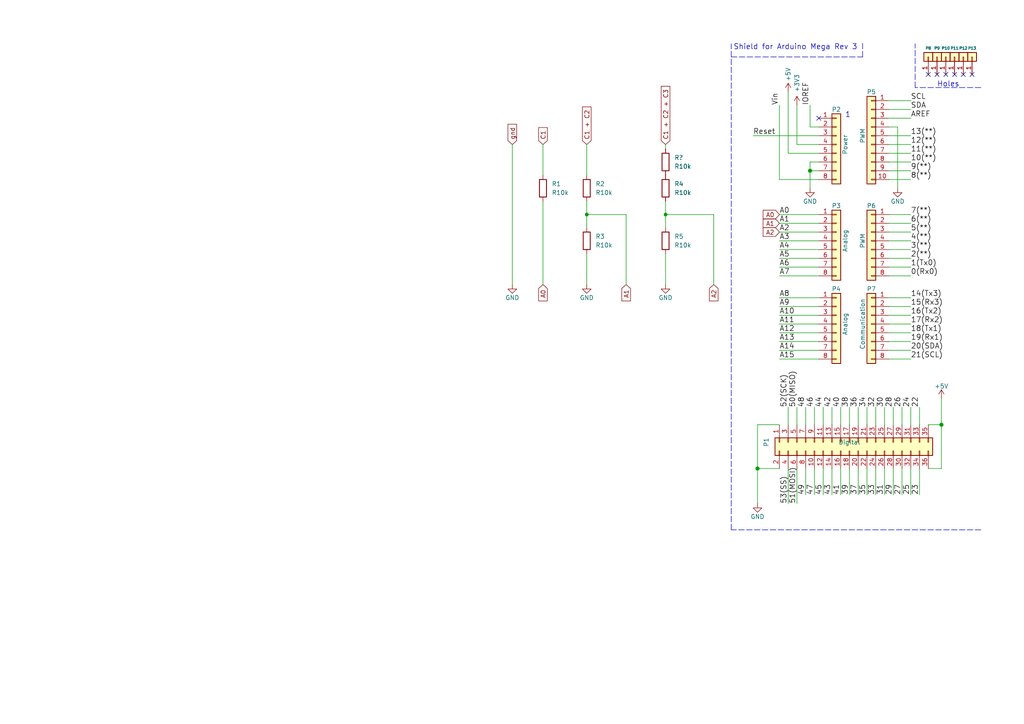
<source format=kicad_sch>
(kicad_sch (version 20211123) (generator eeschema)
  (paper "A4")
  (title_block (date "mar. 31 mars 2015"))
  (lib_symbols
    (symbol "Connector_Generic:Conn_01x01" (pin_names (offset 1.016) hide)
      (property "Reference" "J" (at 0 2.54 0))
      (property "Value" "Conn_01x01" (at 0 -2.54 0))
      (symbol "Conn_01x01_1_1"
        (rectangle (start -1.27 0.127) (end 0 -0.127) (stroke (width 0.1524)))
        (rectangle (start -1.27 1.27) (end 1.27 -1.27) (stroke (width 0.254)) (fill (type background)))
        (pin passive line (at -5.08 0 0) (length 3.81) (name "Pin_1") (number "1"))
      )
    )
    (symbol "Connector_Generic:Conn_01x08" (pin_names (offset 1.016) hide)
      (property "Reference" "J" (at 0 10.16 0))
      (property "Value" "Conn_01x08" (at 0 -12.7 0))
      (symbol "Conn_01x08_1_1"
        (rectangle (start -1.27 -10.033) (end 0 -10.287) (stroke (width 0.1524)))
        (rectangle (start -1.27 -7.493) (end 0 -7.747) (stroke (width 0.1524)))
        (rectangle (start -1.27 -4.953) (end 0 -5.207) (stroke (width 0.1524)))
        (rectangle (start -1.27 -2.413) (end 0 -2.667) (stroke (width 0.1524)))
        (rectangle (start -1.27 0.127) (end 0 -0.127) (stroke (width 0.1524)))
        (rectangle (start -1.27 2.667) (end 0 2.413) (stroke (width 0.1524)))
        (rectangle (start -1.27 5.207) (end 0 4.953) (stroke (width 0.1524)))
        (rectangle (start -1.27 7.747) (end 0 7.493) (stroke (width 0.1524)))
        (rectangle (start -1.27 8.89) (end 1.27 -11.43) (stroke (width 0.254)) (fill (type background)))
        (pin passive line (at -5.08 7.62 0) (length 3.81) (name "Pin_1") (number "1"))
        (pin passive line (at -5.08 5.08 0) (length 3.81) (name "Pin_2") (number "2"))
        (pin passive line (at -5.08 2.54 0) (length 3.81) (name "Pin_3") (number "3"))
        (pin passive line (at -5.08 0 0) (length 3.81) (name "Pin_4") (number "4"))
        (pin passive line (at -5.08 -2.54 0) (length 3.81) (name "Pin_5") (number "5"))
        (pin passive line (at -5.08 -5.08 0) (length 3.81) (name "Pin_6") (number "6"))
        (pin passive line (at -5.08 -7.62 0) (length 3.81) (name "Pin_7") (number "7"))
        (pin passive line (at -5.08 -10.16 0) (length 3.81) (name "Pin_8") (number "8"))
      )
    )
    (symbol "Connector_Generic:Conn_01x10" (pin_names (offset 1.016) hide)
      (property "Reference" "J" (at 0 12.7 0))
      (property "Value" "Conn_01x10" (at 0 -15.24 0))
      (symbol "Conn_01x10_1_1"
        (rectangle (start -1.27 -12.573) (end 0 -12.827) (stroke (width 0.1524)))
        (rectangle (start -1.27 -10.033) (end 0 -10.287) (stroke (width 0.1524)))
        (rectangle (start -1.27 -7.493) (end 0 -7.747) (stroke (width 0.1524)))
        (rectangle (start -1.27 -4.953) (end 0 -5.207) (stroke (width 0.1524)))
        (rectangle (start -1.27 -2.413) (end 0 -2.667) (stroke (width 0.1524)))
        (rectangle (start -1.27 0.127) (end 0 -0.127) (stroke (width 0.1524)))
        (rectangle (start -1.27 2.667) (end 0 2.413) (stroke (width 0.1524)))
        (rectangle (start -1.27 5.207) (end 0 4.953) (stroke (width 0.1524)))
        (rectangle (start -1.27 7.747) (end 0 7.493) (stroke (width 0.1524)))
        (rectangle (start -1.27 10.287) (end 0 10.033) (stroke (width 0.1524)))
        (rectangle (start -1.27 11.43) (end 1.27 -13.97) (stroke (width 0.254)) (fill (type background)))
        (pin passive line (at -5.08 10.16 0) (length 3.81) (name "Pin_1") (number "1"))
        (pin passive line (at -5.08 -12.7 0) (length 3.81) (name "Pin_10") (number "10"))
        (pin passive line (at -5.08 7.62 0) (length 3.81) (name "Pin_2") (number "2"))
        (pin passive line (at -5.08 5.08 0) (length 3.81) (name "Pin_3") (number "3"))
        (pin passive line (at -5.08 2.54 0) (length 3.81) (name "Pin_4") (number "4"))
        (pin passive line (at -5.08 0 0) (length 3.81) (name "Pin_5") (number "5"))
        (pin passive line (at -5.08 -2.54 0) (length 3.81) (name "Pin_6") (number "6"))
        (pin passive line (at -5.08 -5.08 0) (length 3.81) (name "Pin_7") (number "7"))
        (pin passive line (at -5.08 -7.62 0) (length 3.81) (name "Pin_8") (number "8"))
        (pin passive line (at -5.08 -10.16 0) (length 3.81) (name "Pin_9") (number "9"))
      )
    )
    (symbol "Connector_Generic:Conn_02x18_Odd_Even" (pin_names (offset 1.016) hide)
      (property "Reference" "J" (at 1.27 22.86 0))
      (property "Value" "Conn_02x18_Odd_Even" (at 1.27 -25.4 0))
      (symbol "Conn_02x18_Odd_Even_1_1"
        (rectangle (start -1.27 -22.733) (end 0 -22.987) (stroke (width 0.1524)))
        (rectangle (start -1.27 -20.193) (end 0 -20.447) (stroke (width 0.1524)))
        (rectangle (start -1.27 -17.653) (end 0 -17.907) (stroke (width 0.1524)))
        (rectangle (start -1.27 -15.113) (end 0 -15.367) (stroke (width 0.1524)))
        (rectangle (start -1.27 -12.573) (end 0 -12.827) (stroke (width 0.1524)))
        (rectangle (start -1.27 -10.033) (end 0 -10.287) (stroke (width 0.1524)))
        (rectangle (start -1.27 -7.493) (end 0 -7.747) (stroke (width 0.1524)))
        (rectangle (start -1.27 -4.953) (end 0 -5.207) (stroke (width 0.1524)))
        (rectangle (start -1.27 -2.413) (end 0 -2.667) (stroke (width 0.1524)))
        (rectangle (start -1.27 0.127) (end 0 -0.127) (stroke (width 0.1524)))
        (rectangle (start -1.27 2.667) (end 0 2.413) (stroke (width 0.1524)))
        (rectangle (start -1.27 5.207) (end 0 4.953) (stroke (width 0.1524)))
        (rectangle (start -1.27 7.747) (end 0 7.493) (stroke (width 0.1524)))
        (rectangle (start -1.27 10.287) (end 0 10.033) (stroke (width 0.1524)))
        (rectangle (start -1.27 12.827) (end 0 12.573) (stroke (width 0.1524)))
        (rectangle (start -1.27 15.367) (end 0 15.113) (stroke (width 0.1524)))
        (rectangle (start -1.27 17.907) (end 0 17.653) (stroke (width 0.1524)))
        (rectangle (start -1.27 20.447) (end 0 20.193) (stroke (width 0.1524)))
        (rectangle (start -1.27 21.59) (end 3.81 -24.13) (stroke (width 0.254)) (fill (type background)))
        (rectangle (start 3.81 -22.733) (end 2.54 -22.987) (stroke (width 0.1524)))
        (rectangle (start 3.81 -20.193) (end 2.54 -20.447) (stroke (width 0.1524)))
        (rectangle (start 3.81 -17.653) (end 2.54 -17.907) (stroke (width 0.1524)))
        (rectangle (start 3.81 -15.113) (end 2.54 -15.367) (stroke (width 0.1524)))
        (rectangle (start 3.81 -12.573) (end 2.54 -12.827) (stroke (width 0.1524)))
        (rectangle (start 3.81 -10.033) (end 2.54 -10.287) (stroke (width 0.1524)))
        (rectangle (start 3.81 -7.493) (end 2.54 -7.747) (stroke (width 0.1524)))
        (rectangle (start 3.81 -4.953) (end 2.54 -5.207) (stroke (width 0.1524)))
        (rectangle (start 3.81 -2.413) (end 2.54 -2.667) (stroke (width 0.1524)))
        (rectangle (start 3.81 0.127) (end 2.54 -0.127) (stroke (width 0.1524)))
        (rectangle (start 3.81 2.667) (end 2.54 2.413) (stroke (width 0.1524)))
        (rectangle (start 3.81 5.207) (end 2.54 4.953) (stroke (width 0.1524)))
        (rectangle (start 3.81 7.747) (end 2.54 7.493) (stroke (width 0.1524)))
        (rectangle (start 3.81 10.287) (end 2.54 10.033) (stroke (width 0.1524)))
        (rectangle (start 3.81 12.827) (end 2.54 12.573) (stroke (width 0.1524)))
        (rectangle (start 3.81 15.367) (end 2.54 15.113) (stroke (width 0.1524)))
        (rectangle (start 3.81 17.907) (end 2.54 17.653) (stroke (width 0.1524)))
        (rectangle (start 3.81 20.447) (end 2.54 20.193) (stroke (width 0.1524)))
        (pin passive line (at -5.08 20.32 0) (length 3.81) (name "Pin_1") (number "1"))
        (pin passive line (at 7.62 10.16 180) (length 3.81) (name "Pin_10") (number "10"))
        (pin passive line (at -5.08 7.62 0) (length 3.81) (name "Pin_11") (number "11"))
        (pin passive line (at 7.62 7.62 180) (length 3.81) (name "Pin_12") (number "12"))
        (pin passive line (at -5.08 5.08 0) (length 3.81) (name "Pin_13") (number "13"))
        (pin passive line (at 7.62 5.08 180) (length 3.81) (name "Pin_14") (number "14"))
        (pin passive line (at -5.08 2.54 0) (length 3.81) (name "Pin_15") (number "15"))
        (pin passive line (at 7.62 2.54 180) (length 3.81) (name "Pin_16") (number "16"))
        (pin passive line (at -5.08 0 0) (length 3.81) (name "Pin_17") (number "17"))
        (pin passive line (at 7.62 0 180) (length 3.81) (name "Pin_18") (number "18"))
        (pin passive line (at -5.08 -2.54 0) (length 3.81) (name "Pin_19") (number "19"))
        (pin passive line (at 7.62 20.32 180) (length 3.81) (name "Pin_2") (number "2"))
        (pin passive line (at 7.62 -2.54 180) (length 3.81) (name "Pin_20") (number "20"))
        (pin passive line (at -5.08 -5.08 0) (length 3.81) (name "Pin_21") (number "21"))
        (pin passive line (at 7.62 -5.08 180) (length 3.81) (name "Pin_22") (number "22"))
        (pin passive line (at -5.08 -7.62 0) (length 3.81) (name "Pin_23") (number "23"))
        (pin passive line (at 7.62 -7.62 180) (length 3.81) (name "Pin_24") (number "24"))
        (pin passive line (at -5.08 -10.16 0) (length 3.81) (name "Pin_25") (number "25"))
        (pin passive line (at 7.62 -10.16 180) (length 3.81) (name "Pin_26") (number "26"))
        (pin passive line (at -5.08 -12.7 0) (length 3.81) (name "Pin_27") (number "27"))
        (pin passive line (at 7.62 -12.7 180) (length 3.81) (name "Pin_28") (number "28"))
        (pin passive line (at -5.08 -15.24 0) (length 3.81) (name "Pin_29") (number "29"))
        (pin passive line (at -5.08 17.78 0) (length 3.81) (name "Pin_3") (number "3"))
        (pin passive line (at 7.62 -15.24 180) (length 3.81) (name "Pin_30") (number "30"))
        (pin passive line (at -5.08 -17.78 0) (length 3.81) (name "Pin_31") (number "31"))
        (pin passive line (at 7.62 -17.78 180) (length 3.81) (name "Pin_32") (number "32"))
        (pin passive line (at -5.08 -20.32 0) (length 3.81) (name "Pin_33") (number "33"))
        (pin passive line (at 7.62 -20.32 180) (length 3.81) (name "Pin_34") (number "34"))
        (pin passive line (at -5.08 -22.86 0) (length 3.81) (name "Pin_35") (number "35"))
        (pin passive line (at 7.62 -22.86 180) (length 3.81) (name "Pin_36") (number "36"))
        (pin passive line (at 7.62 17.78 180) (length 3.81) (name "Pin_4") (number "4"))
        (pin passive line (at -5.08 15.24 0) (length 3.81) (name "Pin_5") (number "5"))
        (pin passive line (at 7.62 15.24 180) (length 3.81) (name "Pin_6") (number "6"))
        (pin passive line (at -5.08 12.7 0) (length 3.81) (name "Pin_7") (number "7"))
        (pin passive line (at 7.62 12.7 180) (length 3.81) (name "Pin_8") (number "8"))
        (pin passive line (at -5.08 10.16 0) (length 3.81) (name "Pin_9") (number "9"))
      )
    )
    (symbol "Device:R" (pin_numbers hide) (pin_names (offset 0))
      (property "Reference" "R" (at 2.032 0 90))
      (property "Value" "R" (at 0 0 90))
      (symbol "R_0_1"
        (rectangle (start -1.016 -2.54) (end 1.016 2.54) (stroke (width 0.254)))
      )
      (symbol "R_1_1"
        (pin passive line (at 0 3.81 270) (length 1.27) (name "~") (number "1"))
        (pin passive line (at 0 -3.81 90) (length 1.27) (name "~") (number "2"))
      )
    )
    (symbol "power:+3V3" (power) (pin_names (offset 0))
      (property "Value" "+3V3" (at 0 3.556 0))
      (symbol "+3V3_0_1"
        (polyline (pts (xy -0.762 1.27) (xy 0 2.54)))
        (polyline (pts (xy 0 0) (xy 0 2.54)))
        (polyline (pts (xy 0 2.54) (xy 0.762 1.27)))
      )
      (symbol "+3V3_1_1"
        (pin power_in line (at 0 0 90) (length 0) hide (name "+3V3") (number "1"))
      )
    )
    (symbol "power:+5V" (power) (pin_names (offset 0))
      (property "Value" "+5V" (at 0 3.556 0))
      (symbol "+5V_0_1"
        (polyline (pts (xy -0.762 1.27) (xy 0 2.54)))
        (polyline (pts (xy 0 0) (xy 0 2.54)))
        (polyline (pts (xy 0 2.54) (xy 0.762 1.27)))
      )
      (symbol "+5V_1_1"
        (pin power_in line (at 0 0 90) (length 0) hide (name "+5V") (number "1"))
      )
    )
    (symbol "power:GND" (power) (pin_names (offset 0))
      (property "Value" "GND" (at 0 -3.81 0))
      (symbol "GND_0_1"
        (polyline (pts (xy 0 0) (xy 0 -1.27) (xy 1.27 -1.27) (xy 0 -2.54) (xy -1.27 -1.27) (xy 0 -1.27)))
      )
      (symbol "GND_1_1"
        (pin power_in line (at 0 0 270) (length 0) hide (name "GND") (number "1"))
      )
    )
  )
  (junction (at 234.95 49.53) (diameter 1.016))
  (junction (at 193.04 62.23))
  (junction (at 219.71 135.89) (diameter 1.016))
  (junction (at 273.05 123.19) (diameter 1.016))
  (junction (at 170.18 62.23))
  (no_connect (at 269.24 21.59))
  (no_connect (at 271.78 21.59))
  (no_connect (at 281.94 21.59))
  (no_connect (at 276.86 21.59))
  (no_connect (at 279.4 21.59))
  (no_connect (at 237.49 34.29))
  (no_connect (at 274.32 21.59))
  (wire (pts (xy 257.81 80.01) (xy 264.16 80.01)))
  (wire (pts (xy 228.6 135.89) (xy 228.6 146.05)))
  (wire (pts (xy 226.06 80.01) (xy 237.49 80.01)))
  (wire (pts (xy 241.3 135.89) (xy 241.3 143.51)))
  (wire (pts (xy 170.18 62.23) (xy 181.61 62.23)))
  (wire (pts (xy 170.18 62.23) (xy 170.18 66.04)))
  (wire (pts (xy 193.04 73.66) (xy 193.04 82.55)))
  (wire (pts (xy 273.05 123.19) (xy 273.05 135.89)))
  (wire (pts (xy 226.06 123.19) (xy 219.71 123.19)))
  (wire (pts (xy 257.81 44.45) (xy 264.16 44.45)))
  (wire (pts (xy 234.95 46.99) (xy 234.95 49.53)))
  (wire (pts (xy 226.06 74.93) (xy 237.49 74.93)))
  (wire (pts (xy 236.22 135.89) (xy 236.22 143.51)))
  (wire (pts (xy 259.08 135.89) (xy 259.08 143.51)))
  (wire (pts (xy 234.95 49.53) (xy 234.95 54.61)))
  (wire (pts (xy 248.92 123.19) (xy 248.92 118.11)))
  (wire (pts (xy 231.14 41.91) (xy 237.49 41.91)))
  (polyline (pts (xy 284.48 25.4) (xy 265.43 25.4)) (stroke (width 0) (type dash)))
  (wire (pts (xy 228.6 44.45) (xy 237.49 44.45)))
  (wire (pts (xy 228.6 26.67) (xy 228.6 44.45)))
  (wire (pts (xy 246.38 123.19) (xy 246.38 118.11)))
  (wire (pts (xy 226.06 104.14) (xy 237.49 104.14)))
  (wire (pts (xy 241.3 123.19) (xy 241.3 118.11)))
  (polyline (pts (xy 265.43 25.4) (xy 265.43 12.7)) (stroke (width 0) (type dash)))
  (wire (pts (xy 261.62 123.19) (xy 261.62 118.11)))
  (wire (pts (xy 257.81 34.29) (xy 264.16 34.29)))
  (wire (pts (xy 231.14 30.48) (xy 231.14 41.91)))
  (wire (pts (xy 261.62 135.89) (xy 261.62 143.51)))
  (wire (pts (xy 237.49 62.23) (xy 226.06 62.23)))
  (wire (pts (xy 237.49 101.6) (xy 226.06 101.6)))
  (wire (pts (xy 264.16 135.89) (xy 264.16 143.51)))
  (wire (pts (xy 238.76 135.89) (xy 238.76 143.51)))
  (wire (pts (xy 257.81 46.99) (xy 264.16 46.99)))
  (wire (pts (xy 257.81 99.06) (xy 264.16 99.06)))
  (wire (pts (xy 257.81 29.21) (xy 264.16 29.21)))
  (wire (pts (xy 264.16 62.23) (xy 257.81 62.23)))
  (wire (pts (xy 219.71 123.19) (xy 219.71 135.89)))
  (wire (pts (xy 226.06 135.89) (xy 219.71 135.89)))
  (wire (pts (xy 170.18 58.42) (xy 170.18 62.23)))
  (wire (pts (xy 266.7 135.89) (xy 266.7 143.51)))
  (wire (pts (xy 251.46 123.19) (xy 251.46 118.11)))
  (wire (pts (xy 234.95 36.83) (xy 234.95 30.48)))
  (wire (pts (xy 157.48 41.91) (xy 157.48 50.8)))
  (wire (pts (xy 193.04 62.23) (xy 207.01 62.23)))
  (wire (pts (xy 257.81 88.9) (xy 264.16 88.9)))
  (wire (pts (xy 148.59 41.91) (xy 148.59 82.55)))
  (wire (pts (xy 181.61 62.23) (xy 181.61 82.55)))
  (wire (pts (xy 257.81 39.37) (xy 264.16 39.37)))
  (wire (pts (xy 237.49 36.83) (xy 234.95 36.83)))
  (polyline (pts (xy 212.09 16.51) (xy 250.19 16.51)) (stroke (width 0) (type dash)))
  (wire (pts (xy 251.46 135.89) (xy 251.46 143.51)))
  (wire (pts (xy 248.92 135.89) (xy 248.92 143.51)))
  (wire (pts (xy 264.16 67.31) (xy 257.81 67.31)))
  (wire (pts (xy 170.18 73.66) (xy 170.18 82.55)))
  (wire (pts (xy 264.16 41.91) (xy 257.81 41.91)))
  (polyline (pts (xy 212.09 153.67) (xy 212.09 12.7)) (stroke (width 0) (type dash)))
  (wire (pts (xy 273.05 115.57) (xy 273.05 123.19)))
  (wire (pts (xy 238.76 123.19) (xy 238.76 118.11)))
  (wire (pts (xy 264.16 101.6) (xy 257.81 101.6)))
  (wire (pts (xy 257.81 104.14) (xy 264.16 104.14)))
  (wire (pts (xy 228.6 123.19) (xy 228.6 118.11)))
  (wire (pts (xy 193.04 62.23) (xy 193.04 66.04)))
  (wire (pts (xy 243.84 135.89) (xy 243.84 143.51)))
  (wire (pts (xy 264.16 96.52) (xy 257.81 96.52)))
  (wire (pts (xy 264.16 31.75) (xy 257.81 31.75)))
  (wire (pts (xy 226.06 93.98) (xy 237.49 93.98)))
  (wire (pts (xy 256.54 135.89) (xy 256.54 143.51)))
  (wire (pts (xy 236.22 123.19) (xy 236.22 118.11)))
  (wire (pts (xy 237.49 67.31) (xy 226.06 67.31)))
  (wire (pts (xy 157.48 58.42) (xy 157.48 82.55)))
  (wire (pts (xy 218.44 39.37) (xy 237.49 39.37)))
  (wire (pts (xy 260.35 36.83) (xy 257.81 36.83)))
  (wire (pts (xy 264.16 86.36) (xy 257.81 86.36)))
  (wire (pts (xy 257.81 64.77) (xy 264.16 64.77)))
  (wire (pts (xy 264.16 49.53) (xy 257.81 49.53)))
  (wire (pts (xy 273.05 123.19) (xy 269.24 123.19)))
  (wire (pts (xy 237.49 49.53) (xy 234.95 49.53)))
  (wire (pts (xy 254 135.89) (xy 254 143.51)))
  (wire (pts (xy 254 123.19) (xy 254 118.11)))
  (wire (pts (xy 246.38 135.89) (xy 246.38 143.51)))
  (wire (pts (xy 256.54 123.19) (xy 256.54 118.11)))
  (wire (pts (xy 237.49 52.07) (xy 226.06 52.07)))
  (wire (pts (xy 226.06 64.77) (xy 237.49 64.77)))
  (wire (pts (xy 231.14 123.19) (xy 231.14 118.11)))
  (wire (pts (xy 266.7 123.19) (xy 266.7 118.11)))
  (wire (pts (xy 193.04 58.42) (xy 193.04 62.23)))
  (wire (pts (xy 237.49 91.44) (xy 226.06 91.44)))
  (wire (pts (xy 257.81 93.98) (xy 264.16 93.98)))
  (wire (pts (xy 237.49 46.99) (xy 234.95 46.99)))
  (wire (pts (xy 226.06 99.06) (xy 237.49 99.06)))
  (wire (pts (xy 243.84 123.19) (xy 243.84 118.11)))
  (wire (pts (xy 264.16 123.19) (xy 264.16 118.11)))
  (wire (pts (xy 226.06 88.9) (xy 237.49 88.9)))
  (wire (pts (xy 257.81 52.07) (xy 264.16 52.07)))
  (polyline (pts (xy 250.19 16.51) (xy 250.19 12.065)) (stroke (width 0) (type dash)))
  (wire (pts (xy 264.16 91.44) (xy 257.81 91.44)))
  (wire (pts (xy 226.06 69.85) (xy 237.49 69.85)))
  (wire (pts (xy 193.04 41.91) (xy 193.04 43.18)))
  (wire (pts (xy 259.08 123.19) (xy 259.08 118.11)))
  (wire (pts (xy 233.68 135.89) (xy 233.68 143.51)))
  (wire (pts (xy 273.05 135.89) (xy 269.24 135.89)))
  (wire (pts (xy 170.18 41.91) (xy 170.18 50.8)))
  (wire (pts (xy 237.49 86.36) (xy 226.06 86.36)))
  (wire (pts (xy 233.68 123.19) (xy 233.68 118.11)))
  (wire (pts (xy 257.81 74.93) (xy 264.16 74.93)))
  (wire (pts (xy 231.14 135.89) (xy 231.14 146.05)))
  (wire (pts (xy 264.16 72.39) (xy 257.81 72.39)))
  (wire (pts (xy 207.01 62.23) (xy 207.01 82.55)))
  (wire (pts (xy 264.16 77.47) (xy 257.81 77.47)))
  (wire (pts (xy 237.49 96.52) (xy 226.06 96.52)))
  (wire (pts (xy 226.06 52.07) (xy 226.06 30.48)))
  (wire (pts (xy 219.71 135.89) (xy 219.71 146.05)))
  (wire (pts (xy 237.49 77.47) (xy 226.06 77.47)))
  (polyline (pts (xy 284.48 153.67) (xy 212.09 153.67)) (stroke (width 0) (type dash)))
  (wire (pts (xy 237.49 72.39) (xy 226.06 72.39)))
  (wire (pts (xy 260.35 54.61) (xy 260.35 36.83)))
  (wire (pts (xy 257.81 69.85) (xy 264.16 69.85)))
  (text "1" (at 245.11 34.29 0) (effects (font (size 1.524 1.524)) (justify left bottom)))
  (text "Holes" (at 271.78 25.4 0) (effects (font (size 1.524 1.524)) (justify left bottom)))
  (text "Shield for Arduino Mega Rev 3" (at 212.725 14.605 0) (effects (font (size 1.524 1.524)) (justify left bottom)))
  (label "21(SCL)" (at 264.16 104.14 0) (effects (font (size 1.524 1.524))))
  (label "36" (at 248.92 118.11 90) (effects (font (size 1.524 1.524))))
  (label "0(Rx0)" (at 264.16 80.01 0) (effects (font (size 1.524 1.524))))
  (label "17(Rx2)" (at 264.16 93.98 0) (effects (font (size 1.524 1.524))))
  (label "19(Rx1)" (at 264.16 99.06 0) (effects (font (size 1.524 1.524))))
  (label "SDA" (at 264.16 31.75 0) (effects (font (size 1.524 1.524))))
  (label "A14" (at 226.06 101.6 0) (effects (font (size 1.524 1.524))))
  (label "51(MOSI)" (at 231.14 146.05 90) (effects (font (size 1.524 1.524))))
  (label "41" (at 243.84 143.51 90) (effects (font (size 1.524 1.524))))
  (label "43" (at 241.3 143.51 90) (effects (font (size 1.524 1.524))))
  (label "1(Tx0)" (at 264.16 77.47 0) (effects (font (size 1.524 1.524))))
  (label "A3" (at 226.06 69.85 0) (effects (font (size 1.524 1.524))))
  (label "45" (at 238.76 143.51 90) (effects (font (size 1.524 1.524))))
  (label "9(**)" (at 264.16 49.53 0) (effects (font (size 1.524 1.524))))
  (label "SCL" (at 264.16 29.21 0) (effects (font (size 1.524 1.524))))
  (label "A8" (at 226.06 86.36 0) (effects (font (size 1.524 1.524))))
  (label "14(Tx3)" (at 264.16 86.36 0) (effects (font (size 1.524 1.524))))
  (label "27" (at 261.62 143.51 90) (effects (font (size 1.524 1.524))))
  (label "12(**)" (at 264.16 41.91 0) (effects (font (size 1.524 1.524))))
  (label "A5" (at 226.06 74.93 0) (effects (font (size 1.524 1.524))))
  (label "IOREF" (at 234.95 30.48 90) (effects (font (size 1.524 1.524))))
  (label "3(**)" (at 264.16 72.39 0) (effects (font (size 1.524 1.524))))
  (label "Reset" (at 218.44 39.37 0) (effects (font (size 1.524 1.524))))
  (label "A0" (at 226.06 62.23 0) (effects (font (size 1.524 1.524))))
  (label "A1" (at 226.06 64.77 0) (effects (font (size 1.524 1.524))))
  (label "A11" (at 226.06 93.98 0) (effects (font (size 1.524 1.524))))
  (label "40" (at 243.84 118.11 90) (effects (font (size 1.524 1.524))))
  (label "53(SS)" (at 228.6 146.05 90) (effects (font (size 1.524 1.524))))
  (label "30" (at 256.54 118.11 90) (effects (font (size 1.524 1.524))))
  (label "31" (at 256.54 143.51 90) (effects (font (size 1.524 1.524))))
  (label "28" (at 259.08 118.11 90) (effects (font (size 1.524 1.524))))
  (label "44" (at 238.76 118.11 90) (effects (font (size 1.524 1.524))))
  (label "6(**)" (at 264.16 64.77 0) (effects (font (size 1.524 1.524))))
  (label "5(**)" (at 264.16 67.31 0) (effects (font (size 1.524 1.524))))
  (label "37" (at 248.92 143.51 90) (effects (font (size 1.524 1.524))))
  (label "38" (at 246.38 118.11 90) (effects (font (size 1.524 1.524))))
  (label "29" (at 259.08 143.51 90) (effects (font (size 1.524 1.524))))
  (label "18(Tx1)" (at 264.16 96.52 0) (effects (font (size 1.524 1.524))))
  (label "24" (at 264.16 118.11 90) (effects (font (size 1.524 1.524))))
  (label "A9" (at 226.06 88.9 0) (effects (font (size 1.524 1.524))))
  (label "39" (at 246.38 143.51 90) (effects (font (size 1.524 1.524))))
  (label "22" (at 266.7 118.11 90) (effects (font (size 1.524 1.524))))
  (label "A15" (at 226.06 104.14 0) (effects (font (size 1.524 1.524))))
  (label "A6" (at 226.06 77.47 0) (effects (font (size 1.524 1.524))))
  (label "48" (at 233.68 118.11 90) (effects (font (size 1.524 1.524))))
  (label "Vin" (at 226.06 30.48 90) (effects (font (size 1.524 1.524))))
  (label "A7" (at 226.06 80.01 0) (effects (font (size 1.524 1.524))))
  (label "23" (at 266.7 143.51 90) (effects (font (size 1.524 1.524))))
  (label "2(**)" (at 264.16 74.93 0) (effects (font (size 1.524 1.524))))
  (label "49" (at 233.68 143.51 90) (effects (font (size 1.524 1.524))))
  (label "A13" (at 226.06 99.06 0) (effects (font (size 1.524 1.524))))
  (label "A2" (at 226.06 67.31 0) (effects (font (size 1.524 1.524))))
  (label "A12" (at 226.06 96.52 0) (effects (font (size 1.524 1.524))))
  (label "50(MISO)" (at 231.14 118.11 90) (effects (font (size 1.524 1.524))))
  (label "52(SCK)" (at 228.6 118.11 90) (effects (font (size 1.524 1.524))))
  (label "26" (at 261.62 118.11 90) (effects (font (size 1.524 1.524))))
  (label "47" (at 236.22 143.51 90) (effects (font (size 1.524 1.524))))
  (label "A4" (at 226.06 72.39 0) (effects (font (size 1.524 1.524))))
  (label "8(**)" (at 264.16 52.07 0) (effects (font (size 1.524 1.524))))
  (label "42" (at 241.3 118.11 90) (effects (font (size 1.524 1.524))))
  (label "A10" (at 226.06 91.44 0) (effects (font (size 1.524 1.524))))
  (label "7(**)" (at 264.16 62.23 0) (effects (font (size 1.524 1.524))))
  (label "20(SDA)" (at 264.16 101.6 0) (effects (font (size 1.524 1.524))))
  (label "16(Tx2)" (at 264.16 91.44 0) (effects (font (size 1.524 1.524))))
  (label "46" (at 236.22 118.11 90) (effects (font (size 1.524 1.524))))
  (label "11(**)" (at 264.16 44.45 0) (effects (font (size 1.524 1.524))))
  (label "4(**)" (at 264.16 69.85 0) (effects (font (size 1.524 1.524))))
  (label "13(**)" (at 264.16 39.37 0) (effects (font (size 1.524 1.524))))
  (label "15(Rx3)" (at 264.16 88.9 0) (effects (font (size 1.524 1.524))))
  (label "10(**)" (at 264.16 46.99 0) (effects (font (size 1.524 1.524))))
  (label "32" (at 254 118.11 90) (effects (font (size 1.524 1.524))))
  (label "33" (at 254 143.51 90) (effects (font (size 1.524 1.524))))
  (label "34" (at 251.46 118.11 90) (effects (font (size 1.524 1.524))))
  (label "35" (at 251.46 143.51 90) (effects (font (size 1.524 1.524))))
  (label "25" (at 264.16 143.51 90) (effects (font (size 1.524 1.524))))
  (label "AREF" (at 264.16 34.29 0) (effects (font (size 1.524 1.524))))
  (global_label "A1" (shape input) (at 226.06 64.77 180) (property "Intersheet References" "${INTERSHEET_REFS}" (effects hide)))
  (global_label "gnd" (shape input) (at 148.59 41.91 90) (property "Intersheet References" "${INTERSHEET_REFS}" (effects hide)))
  (global_label "A0" (shape input) (at 226.06 62.23 180) (property "Intersheet References" "${INTERSHEET_REFS}" (effects hide)))
  (global_label "C1 + C2" (shape input) (at 170.18 41.91 90) (property "Intersheet References" "${INTERSHEET_REFS}" (effects hide)))
  (global_label "A2" (shape input) (at 207.01 82.55 270) (property "Intersheet References" "${INTERSHEET_REFS}" (effects hide)))
  (global_label "A2" (shape input) (at 226.06 67.31 180) (property "Intersheet References" "${INTERSHEET_REFS}" (effects hide)))
  (global_label "C1" (shape input) (at 157.48 41.91 90) (property "Intersheet References" "${INTERSHEET_REFS}" (effects hide)))
  (global_label "C1 + C2 + C3" (shape input) (at 193.04 41.91 90) (property "Intersheet References" "${INTERSHEET_REFS}" (effects hide)))
  (global_label "A1" (shape input) (at 181.61 82.55 270) (property "Intersheet References" "${INTERSHEET_REFS}" (effects hide)))
  (global_label "A0" (shape input) (at 157.48 82.55 270) (property "Intersheet References" "${INTERSHEET_REFS}" (effects hide)))
  (symbol (lib_id "Connector_Generic:Conn_01x01") (at 269.24 16.51 90) (unit 1)
    (property "Reference" "P8" (at 269.24 13.97 90) (effects (font (size 0.7874 0.7874))))
    (property "Value" "CONN_01X01" (effects hide))
    (property "Footprint" "Socket_Arduino_Mega:Arduino_1pin" (effects hide))
  )
  (symbol (lib_id "Connector_Generic:Conn_01x01") (at 271.78 16.51 90) (unit 1)
    (property "Reference" "P9" (at 271.78 13.97 90) (effects (font (size 0.7874 0.7874))))
    (property "Value" "CONN_01X01" (effects hide))
    (property "Footprint" "Socket_Arduino_Mega:Arduino_1pin" (effects hide))
  )
  (symbol (lib_id "Connector_Generic:Conn_01x01") (at 274.32 16.51 90) (unit 1)
    (property "Reference" "P10" (at 274.32 13.97 90) (effects (font (size 0.7874 0.7874))))
    (property "Value" "CONN_01X01" (effects hide))
    (property "Footprint" "Socket_Arduino_Mega:Arduino_1pin" (effects hide))
  )
  (symbol (lib_id "Connector_Generic:Conn_01x01") (at 276.86 16.51 90) (unit 1)
    (property "Reference" "P11" (at 276.86 13.97 90) (effects (font (size 0.7874 0.7874))))
    (property "Value" "CONN_01X01" (effects hide))
    (property "Footprint" "Socket_Arduino_Mega:Arduino_1pin" (effects hide))
  )
  (symbol (lib_id "Connector_Generic:Conn_01x01") (at 279.4 16.51 90) (unit 1)
    (property "Reference" "P12" (at 279.4 13.97 90) (effects (font (size 0.7874 0.7874))))
    (property "Value" "CONN_01X01" (effects hide))
    (property "Footprint" "Socket_Arduino_Mega:Arduino_1pin" (effects hide))
  )
  (symbol (lib_id "Connector_Generic:Conn_01x01") (at 281.94 16.51 90) (unit 1)
    (property "Reference" "P13" (at 281.94 13.97 90) (effects (font (size 0.7874 0.7874))))
    (property "Value" "CONN_01X01" (effects hide))
    (property "Footprint" "Socket_Arduino_Mega:Arduino_1pin" (effects hide))
  )
  (symbol (lib_id "Connector_Generic:Conn_01x08") (at 242.57 41.91 0) (unit 1)
    (property "Reference" "P2" (at 242.57 31.75 0))
    (property "Value" "Power" (at 245.11 41.91 90))
    (property "Footprint" "Socket_Arduino_Mega:Socket_Strip_Arduino_1x08" (effects hide))
  )
  (symbol (lib_id "power:+3V3") (at 231.14 30.48 0) (unit 1)
    (property "Reference" "#PWR01" (effects hide))
    (property "Value" "+3.3V" (at 231.14 24.13 90))
  )
  (symbol (lib_id "power:+5V") (at 228.6 26.67 0) (unit 1)
    (property "Reference" "#PWR02" (effects hide))
    (property "Value" "+5V" (at 228.6 21.59 90))
  )
  (symbol (lib_id "power:GND") (at 234.95 54.61 0) (unit 1)
    (property "Reference" "#PWR03" (effects hide))
    (property "Value" "GND" (at 234.95 58.42 0))
  )
  (symbol (lib_id "Connector_Generic:Conn_01x10") (at 252.73 39.37 0) (mirror y) (unit 1)
    (property "Reference" "P5" (at 252.73 26.67 0))
    (property "Value" "PWM" (at 250.19 39.37 90))
    (property "Footprint" "Socket_Arduino_Mega:Socket_Strip_Arduino_1x10" (effects hide))
  )
  (symbol (lib_id "power:GND") (at 260.35 54.61 0) (unit 1)
    (property "Reference" "#PWR04" (effects hide))
    (property "Value" "GND" (at 260.35 58.42 0))
  )
  (symbol (lib_id "Connector_Generic:Conn_01x08") (at 242.57 69.85 0) (unit 1)
    (property "Reference" "P3" (at 242.57 59.69 0))
    (property "Value" "Analog" (at 245.11 69.85 90))
    (property "Footprint" "Socket_Arduino_Mega:Socket_Strip_Arduino_1x08" (effects hide))
  )
  (symbol (lib_id "Connector_Generic:Conn_01x08") (at 252.73 69.85 0) (mirror y) (unit 1)
    (property "Reference" "P6" (at 252.73 59.69 0))
    (property "Value" "PWM" (at 250.19 69.85 90))
    (property "Footprint" "Socket_Arduino_Mega:Socket_Strip_Arduino_1x08" (effects hide))
  )
  (symbol (lib_id "Connector_Generic:Conn_01x08") (at 242.57 93.98 0) (unit 1)
    (property "Reference" "P4" (at 242.57 83.82 0))
    (property "Value" "Analog" (at 245.11 93.98 90))
    (property "Footprint" "Socket_Arduino_Mega:Socket_Strip_Arduino_1x08" (effects hide))
  )
  (symbol (lib_id "Connector_Generic:Conn_01x08") (at 252.73 93.98 0) (mirror y) (unit 1)
    (property "Reference" "P7" (at 252.73 83.82 0))
    (property "Value" "Communication" (at 250.19 93.98 90))
    (property "Footprint" "Socket_Arduino_Mega:Socket_Strip_Arduino_1x08" (effects hide))
  )
  (symbol (lib_id "Connector_Generic:Conn_02x18_Odd_Even") (at 246.38 128.27 90) (mirror x) (unit 1)
    (property "Reference" "P1" (at 222.25 128.27 0))
    (property "Value" "Digital" (at 246.38 128.27 90))
    (property "Footprint" "Socket_Arduino_Mega:Socket_Strip_Arduino_2x18" (effects hide))
  )
  (symbol (lib_id "power:GND") (at 219.71 146.05 0) (unit 1)
    (property "Reference" "#PWR05" (effects hide))
    (property "Value" "GND" (at 219.71 149.86 0))
  )
  (symbol (lib_id "power:+5V") (at 273.05 115.57 0) (unit 1)
    (property "Reference" "#PWR06" (effects hide))
    (property "Value" "+5V" (at 273.05 112.014 0))
  )
  (symbol (lib_id "Device:R") (at 170.18 69.85 0) (unit 1)
    (property "Reference" "R3" (at 172.72 68.5799 0) (effects (justify left)))
    (property "Value" "R10k" (at 172.72 71.1199 0) (effects (justify left)))
  )
  (symbol (lib_id "power:GND") (at 170.18 82.55 0) (unit 1)
    (property "Reference" "#PWR?" (effects hide))
    (property "Value" "GND" (at 170.18 86.36 0))
  )
  (symbol (lib_id "Device:R") (at 193.04 69.85 0) (unit 1)
    (property "Reference" "R5" (at 195.58 68.5799 0) (effects (justify left)))
    (property "Value" "R10k" (at 195.58 71.1199 0) (effects (justify left)))
  )
  (symbol (lib_id "Device:R") (at 157.48 54.61 0) (unit 1)
    (property "Reference" "R1" (at 160.02 53.3399 0) (effects (justify left)))
    (property "Value" "R10k" (at 160.02 55.8799 0) (effects (justify left)))
  )
  (symbol (lib_id "power:GND") (at 148.59 82.55 0) (unit 1)
    (property "Reference" "#PWR?" (effects hide))
    (property "Value" "GND" (at 148.59 86.36 0))
  )
  (symbol (lib_id "Device:R") (at 193.04 54.61 0) (unit 1)
    (property "Reference" "R4" (at 195.58 53.3399 0) (effects (justify left)))
    (property "Value" "R10k" (at 195.58 55.8799 0) (effects (justify left)))
  )
  (symbol (lib_id "power:GND") (at 193.04 82.55 0) (unit 1)
    (property "Reference" "#PWR?" (effects hide))
    (property "Value" "GND" (at 193.04 86.36 0))
  )
  (symbol (lib_id "Device:R") (at 193.04 46.99 0) (unit 1)
    (property "Reference" "R?" (at 195.58 45.7199 0) (effects (justify left)))
    (property "Value" "R10k" (at 195.58 48.2599 0) (effects (justify left)))
  )
  (symbol (lib_id "Device:R") (at 170.18 54.61 0) (unit 1)
    (property "Reference" "R2" (at 172.72 53.3399 0) (effects (justify left)))
    (property "Value" "R10k" (at 172.72 55.8799 0) (effects (justify left)))
  )
)
</source>
